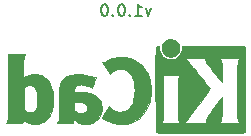
<source format=gbo>
%TF.GenerationSoftware,KiCad,Pcbnew,(6.0.7)*%
%TF.CreationDate,2022-09-23T14:32:50+02:00*%
%TF.ProjectId,LED torch,4c454420-746f-4726-9368-2e6b69636164,0.1*%
%TF.SameCoordinates,Original*%
%TF.FileFunction,Legend,Bot*%
%TF.FilePolarity,Positive*%
%FSLAX46Y46*%
G04 Gerber Fmt 4.6, Leading zero omitted, Abs format (unit mm)*
G04 Created by KiCad (PCBNEW (6.0.7)) date 2022-09-23 14:32:50*
%MOMM*%
%LPD*%
G01*
G04 APERTURE LIST*
%ADD10C,0.150000*%
%ADD11C,0.010000*%
G04 APERTURE END LIST*
D10*
X169782857Y-90971714D02*
X169544761Y-91638380D01*
X169306666Y-90971714D01*
X168401904Y-91638380D02*
X168973333Y-91638380D01*
X168687619Y-91638380D02*
X168687619Y-90638380D01*
X168782857Y-90781238D01*
X168878095Y-90876476D01*
X168973333Y-90924095D01*
X167973333Y-91543142D02*
X167925714Y-91590761D01*
X167973333Y-91638380D01*
X168020952Y-91590761D01*
X167973333Y-91543142D01*
X167973333Y-91638380D01*
X167306666Y-90638380D02*
X167211428Y-90638380D01*
X167116190Y-90686000D01*
X167068571Y-90733619D01*
X167020952Y-90828857D01*
X166973333Y-91019333D01*
X166973333Y-91257428D01*
X167020952Y-91447904D01*
X167068571Y-91543142D01*
X167116190Y-91590761D01*
X167211428Y-91638380D01*
X167306666Y-91638380D01*
X167401904Y-91590761D01*
X167449523Y-91543142D01*
X167497142Y-91447904D01*
X167544761Y-91257428D01*
X167544761Y-91019333D01*
X167497142Y-90828857D01*
X167449523Y-90733619D01*
X167401904Y-90686000D01*
X167306666Y-90638380D01*
X166544761Y-91543142D02*
X166497142Y-91590761D01*
X166544761Y-91638380D01*
X166592380Y-91590761D01*
X166544761Y-91543142D01*
X166544761Y-91638380D01*
X165878095Y-90638380D02*
X165782857Y-90638380D01*
X165687619Y-90686000D01*
X165640000Y-90733619D01*
X165592380Y-90828857D01*
X165544761Y-91019333D01*
X165544761Y-91257428D01*
X165592380Y-91447904D01*
X165640000Y-91543142D01*
X165687619Y-91590761D01*
X165782857Y-91638380D01*
X165878095Y-91638380D01*
X165973333Y-91590761D01*
X166020952Y-91543142D01*
X166068571Y-91447904D01*
X166116190Y-91257428D01*
X166116190Y-91019333D01*
X166068571Y-90828857D01*
X166020952Y-90733619D01*
X165973333Y-90686000D01*
X165878095Y-90638380D01*
%TO.C,REF\u002A\u002A*%
G36*
X167413834Y-95102031D02*
G01*
X167657638Y-95124413D01*
X167884132Y-95169551D01*
X168101742Y-95239345D01*
X168318891Y-95335696D01*
X168533845Y-95458715D01*
X168764534Y-95626422D01*
X168978459Y-95820323D01*
X169170911Y-96035618D01*
X169337180Y-96267507D01*
X169472553Y-96511190D01*
X169484841Y-96537258D01*
X169587750Y-96788881D01*
X169665946Y-97050345D01*
X169720439Y-97326646D01*
X169752241Y-97622779D01*
X169762360Y-97943739D01*
X169750056Y-98275528D01*
X169711001Y-98602276D01*
X169644590Y-98908149D01*
X169550227Y-99195317D01*
X169427320Y-99465949D01*
X169275273Y-99722214D01*
X169132450Y-99918000D01*
X168935243Y-100138289D01*
X168720296Y-100326974D01*
X168487703Y-100483993D01*
X168237558Y-100609285D01*
X167969957Y-100702786D01*
X167684992Y-100764437D01*
X167681740Y-100764917D01*
X167626862Y-100769732D01*
X167544049Y-100773304D01*
X167440958Y-100775465D01*
X167325246Y-100776050D01*
X167204572Y-100774891D01*
X167119997Y-100773192D01*
X166994512Y-100769258D01*
X166893958Y-100763626D01*
X166811083Y-100755694D01*
X166738634Y-100744863D01*
X166669357Y-100730530D01*
X166591416Y-100712007D01*
X166510099Y-100690914D01*
X166436556Y-100668787D01*
X166364112Y-100643033D01*
X166286093Y-100611060D01*
X166195825Y-100570278D01*
X166086631Y-100518093D01*
X165951839Y-100451915D01*
X165579036Y-100267677D01*
X165877628Y-99777231D01*
X165916719Y-99713041D01*
X165986950Y-99597810D01*
X166049811Y-99494794D01*
X166103004Y-99407748D01*
X166144233Y-99340432D01*
X166171200Y-99296601D01*
X166181607Y-99280015D01*
X166184502Y-99280510D01*
X166207820Y-99296742D01*
X166248786Y-99330429D01*
X166300927Y-99376345D01*
X166393787Y-99455678D01*
X166559562Y-99572990D01*
X166720403Y-99654771D01*
X166836631Y-99695611D01*
X167033222Y-99737348D01*
X167226378Y-99744746D01*
X167413299Y-99718309D01*
X167591183Y-99658540D01*
X167757230Y-99565943D01*
X167908637Y-99441022D01*
X167992886Y-99349014D01*
X168111574Y-99178831D01*
X168208964Y-98981342D01*
X168285519Y-98755536D01*
X168341707Y-98500401D01*
X168344256Y-98484562D01*
X168356033Y-98381903D01*
X168364800Y-98254351D01*
X168370486Y-98110622D01*
X168373021Y-97959431D01*
X168372333Y-97809493D01*
X168368352Y-97669524D01*
X168361006Y-97548241D01*
X168350225Y-97454357D01*
X168308900Y-97241692D01*
X168239365Y-96993270D01*
X168151915Y-96775781D01*
X168046665Y-96589393D01*
X167923732Y-96434273D01*
X167783235Y-96310590D01*
X167625288Y-96218512D01*
X167450010Y-96158209D01*
X167411121Y-96150724D01*
X167313666Y-96140951D01*
X167199773Y-96137761D01*
X167082204Y-96140979D01*
X166973717Y-96150429D01*
X166887072Y-96165936D01*
X166742732Y-96215313D01*
X166575228Y-96305456D01*
X166426080Y-96424084D01*
X166399756Y-96449073D01*
X166352057Y-96493285D01*
X166318345Y-96523042D01*
X166304649Y-96532941D01*
X166301277Y-96528207D01*
X166280523Y-96498313D01*
X166243028Y-96444033D01*
X166191270Y-96368962D01*
X166127728Y-96276694D01*
X166054877Y-96170823D01*
X165975197Y-96054944D01*
X165649286Y-95580817D01*
X165722092Y-95559004D01*
X165729690Y-95556532D01*
X165779145Y-95536898D01*
X165850447Y-95505239D01*
X165935228Y-95465362D01*
X166025120Y-95421076D01*
X166064292Y-95401496D01*
X166281804Y-95300409D01*
X166482283Y-95222238D01*
X166673438Y-95164985D01*
X166862981Y-95126649D01*
X167058622Y-95105231D01*
X167268072Y-95098731D01*
X167413834Y-95102031D01*
G37*
D11*
X167413834Y-95102031D02*
X167657638Y-95124413D01*
X167884132Y-95169551D01*
X168101742Y-95239345D01*
X168318891Y-95335696D01*
X168533845Y-95458715D01*
X168764534Y-95626422D01*
X168978459Y-95820323D01*
X169170911Y-96035618D01*
X169337180Y-96267507D01*
X169472553Y-96511190D01*
X169484841Y-96537258D01*
X169587750Y-96788881D01*
X169665946Y-97050345D01*
X169720439Y-97326646D01*
X169752241Y-97622779D01*
X169762360Y-97943739D01*
X169750056Y-98275528D01*
X169711001Y-98602276D01*
X169644590Y-98908149D01*
X169550227Y-99195317D01*
X169427320Y-99465949D01*
X169275273Y-99722214D01*
X169132450Y-99918000D01*
X168935243Y-100138289D01*
X168720296Y-100326974D01*
X168487703Y-100483993D01*
X168237558Y-100609285D01*
X167969957Y-100702786D01*
X167684992Y-100764437D01*
X167681740Y-100764917D01*
X167626862Y-100769732D01*
X167544049Y-100773304D01*
X167440958Y-100775465D01*
X167325246Y-100776050D01*
X167204572Y-100774891D01*
X167119997Y-100773192D01*
X166994512Y-100769258D01*
X166893958Y-100763626D01*
X166811083Y-100755694D01*
X166738634Y-100744863D01*
X166669357Y-100730530D01*
X166591416Y-100712007D01*
X166510099Y-100690914D01*
X166436556Y-100668787D01*
X166364112Y-100643033D01*
X166286093Y-100611060D01*
X166195825Y-100570278D01*
X166086631Y-100518093D01*
X165951839Y-100451915D01*
X165579036Y-100267677D01*
X165877628Y-99777231D01*
X165916719Y-99713041D01*
X165986950Y-99597810D01*
X166049811Y-99494794D01*
X166103004Y-99407748D01*
X166144233Y-99340432D01*
X166171200Y-99296601D01*
X166181607Y-99280015D01*
X166184502Y-99280510D01*
X166207820Y-99296742D01*
X166248786Y-99330429D01*
X166300927Y-99376345D01*
X166393787Y-99455678D01*
X166559562Y-99572990D01*
X166720403Y-99654771D01*
X166836631Y-99695611D01*
X167033222Y-99737348D01*
X167226378Y-99744746D01*
X167413299Y-99718309D01*
X167591183Y-99658540D01*
X167757230Y-99565943D01*
X167908637Y-99441022D01*
X167992886Y-99349014D01*
X168111574Y-99178831D01*
X168208964Y-98981342D01*
X168285519Y-98755536D01*
X168341707Y-98500401D01*
X168344256Y-98484562D01*
X168356033Y-98381903D01*
X168364800Y-98254351D01*
X168370486Y-98110622D01*
X168373021Y-97959431D01*
X168372333Y-97809493D01*
X168368352Y-97669524D01*
X168361006Y-97548241D01*
X168350225Y-97454357D01*
X168308900Y-97241692D01*
X168239365Y-96993270D01*
X168151915Y-96775781D01*
X168046665Y-96589393D01*
X167923732Y-96434273D01*
X167783235Y-96310590D01*
X167625288Y-96218512D01*
X167450010Y-96158209D01*
X167411121Y-96150724D01*
X167313666Y-96140951D01*
X167199773Y-96137761D01*
X167082204Y-96140979D01*
X166973717Y-96150429D01*
X166887072Y-96165936D01*
X166742732Y-96215313D01*
X166575228Y-96305456D01*
X166426080Y-96424084D01*
X166399756Y-96449073D01*
X166352057Y-96493285D01*
X166318345Y-96523042D01*
X166304649Y-96532941D01*
X166301277Y-96528207D01*
X166280523Y-96498313D01*
X166243028Y-96444033D01*
X166191270Y-96368962D01*
X166127728Y-96276694D01*
X166054877Y-96170823D01*
X165975197Y-96054944D01*
X165649286Y-95580817D01*
X165722092Y-95559004D01*
X165729690Y-95556532D01*
X165779145Y-95536898D01*
X165850447Y-95505239D01*
X165935228Y-95465362D01*
X166025120Y-95421076D01*
X166064292Y-95401496D01*
X166281804Y-95300409D01*
X166482283Y-95222238D01*
X166673438Y-95164985D01*
X166862981Y-95126649D01*
X167058622Y-95105231D01*
X167268072Y-95098731D01*
X167413834Y-95102031D01*
G36*
X165579842Y-99599722D02*
G01*
X165562232Y-99735833D01*
X165535659Y-99849214D01*
X165493259Y-99965867D01*
X165394976Y-100158110D01*
X165269350Y-100327247D01*
X165117681Y-100472126D01*
X164941271Y-100591594D01*
X164741420Y-100684499D01*
X164519429Y-100749689D01*
X164428907Y-100764392D01*
X164299552Y-100774611D01*
X164158675Y-100776909D01*
X164018050Y-100771472D01*
X163889449Y-100758485D01*
X163784643Y-100738133D01*
X163731979Y-100722109D01*
X163612369Y-100675219D01*
X163490783Y-100615688D01*
X163379765Y-100549971D01*
X163291859Y-100484524D01*
X163290778Y-100483579D01*
X163242607Y-100442736D01*
X163205545Y-100413653D01*
X163187537Y-100402572D01*
X163185568Y-100405217D01*
X163181113Y-100433794D01*
X163178018Y-100487094D01*
X163176857Y-100556786D01*
X163176857Y-100711000D01*
X162496500Y-100711000D01*
X162478389Y-100710997D01*
X162326490Y-100710731D01*
X162187078Y-100710070D01*
X162064118Y-100709062D01*
X161961579Y-100707758D01*
X161883426Y-100706205D01*
X161833625Y-100704454D01*
X161816143Y-100702553D01*
X161816550Y-100700893D01*
X161827988Y-100676377D01*
X161851962Y-100630317D01*
X161884179Y-100571018D01*
X161952215Y-100447929D01*
X161962190Y-99232689D01*
X163249429Y-99232689D01*
X163249935Y-99328703D01*
X163252387Y-99429587D01*
X163257190Y-99502507D01*
X163264695Y-99552212D01*
X163275250Y-99583449D01*
X163288828Y-99605755D01*
X163339962Y-99666561D01*
X163408475Y-99729863D01*
X163483568Y-99786265D01*
X163554440Y-99826370D01*
X163593761Y-99841085D01*
X163684302Y-99860677D01*
X163802555Y-99870694D01*
X163927232Y-99869177D01*
X164045627Y-99848574D01*
X164144449Y-99806011D01*
X164229948Y-99739571D01*
X164254000Y-99714995D01*
X164316622Y-99631185D01*
X164350504Y-99540850D01*
X164360679Y-99432151D01*
X164357922Y-99374725D01*
X164330661Y-99256507D01*
X164273390Y-99155039D01*
X164185068Y-99069179D01*
X164064651Y-98997784D01*
X163911097Y-98939714D01*
X163849193Y-98924475D01*
X163774251Y-98914041D01*
X163679937Y-98908246D01*
X163557857Y-98906298D01*
X163538026Y-98906299D01*
X163446696Y-98907414D01*
X163368244Y-98910108D01*
X163310471Y-98914029D01*
X163281179Y-98918824D01*
X163277808Y-98920380D01*
X163266910Y-98930154D01*
X163259192Y-98949794D01*
X163254119Y-98984585D01*
X163251157Y-99039809D01*
X163249772Y-99120750D01*
X163249429Y-99232689D01*
X161962190Y-99232689D01*
X161962714Y-99168857D01*
X161964275Y-98982561D01*
X161966458Y-98744965D01*
X161968750Y-98538698D01*
X161971335Y-98360842D01*
X161974400Y-98208481D01*
X161978128Y-98078696D01*
X161982705Y-97968572D01*
X161988316Y-97875190D01*
X161995147Y-97795635D01*
X162003383Y-97726988D01*
X162013208Y-97666333D01*
X162024808Y-97610752D01*
X162038368Y-97557329D01*
X162054073Y-97503146D01*
X162072109Y-97445286D01*
X162143161Y-97263898D01*
X162240464Y-97096258D01*
X162361641Y-96952732D01*
X162507803Y-96832570D01*
X162680057Y-96735020D01*
X162879515Y-96659331D01*
X163107285Y-96604753D01*
X163364477Y-96570535D01*
X163454368Y-96563730D01*
X163605760Y-96558755D01*
X163755814Y-96563235D01*
X163911554Y-96577927D01*
X164080005Y-96603584D01*
X164268193Y-96640962D01*
X164483143Y-96690818D01*
X164532828Y-96702881D01*
X164657601Y-96732565D01*
X164775861Y-96759898D01*
X164880436Y-96783263D01*
X164964154Y-96801047D01*
X165019845Y-96811636D01*
X165148333Y-96832740D01*
X164967695Y-97270549D01*
X164922512Y-97379859D01*
X164878061Y-97486969D01*
X164839923Y-97578418D01*
X164809969Y-97649733D01*
X164790071Y-97696437D01*
X164782103Y-97714058D01*
X164780850Y-97714310D01*
X164757758Y-97706443D01*
X164712353Y-97686283D01*
X164652824Y-97657417D01*
X164529096Y-97601203D01*
X164358837Y-97539740D01*
X164184578Y-97492670D01*
X164013133Y-97461177D01*
X163851317Y-97446443D01*
X163705944Y-97449650D01*
X163583829Y-97471979D01*
X163498601Y-97507409D01*
X163401809Y-97580017D01*
X163327297Y-97678518D01*
X163277199Y-97799883D01*
X163253649Y-97941080D01*
X163245355Y-98071215D01*
X163678285Y-98072400D01*
X163824285Y-98073624D01*
X163985771Y-98077972D01*
X164123725Y-98086178D01*
X164245281Y-98099039D01*
X164357577Y-98117354D01*
X164467747Y-98141919D01*
X164582929Y-98173533D01*
X164755268Y-98233709D01*
X164957975Y-98332806D01*
X165135876Y-98454190D01*
X165287217Y-98596155D01*
X165410243Y-98756993D01*
X165503199Y-98934997D01*
X165564330Y-99128460D01*
X165573904Y-99180565D01*
X165586177Y-99309533D01*
X165587722Y-99432151D01*
X165587990Y-99453437D01*
X165579842Y-99599722D01*
G37*
X165579842Y-99599722D02*
X165562232Y-99735833D01*
X165535659Y-99849214D01*
X165493259Y-99965867D01*
X165394976Y-100158110D01*
X165269350Y-100327247D01*
X165117681Y-100472126D01*
X164941271Y-100591594D01*
X164741420Y-100684499D01*
X164519429Y-100749689D01*
X164428907Y-100764392D01*
X164299552Y-100774611D01*
X164158675Y-100776909D01*
X164018050Y-100771472D01*
X163889449Y-100758485D01*
X163784643Y-100738133D01*
X163731979Y-100722109D01*
X163612369Y-100675219D01*
X163490783Y-100615688D01*
X163379765Y-100549971D01*
X163291859Y-100484524D01*
X163290778Y-100483579D01*
X163242607Y-100442736D01*
X163205545Y-100413653D01*
X163187537Y-100402572D01*
X163185568Y-100405217D01*
X163181113Y-100433794D01*
X163178018Y-100487094D01*
X163176857Y-100556786D01*
X163176857Y-100711000D01*
X162496500Y-100711000D01*
X162478389Y-100710997D01*
X162326490Y-100710731D01*
X162187078Y-100710070D01*
X162064118Y-100709062D01*
X161961579Y-100707758D01*
X161883426Y-100706205D01*
X161833625Y-100704454D01*
X161816143Y-100702553D01*
X161816550Y-100700893D01*
X161827988Y-100676377D01*
X161851962Y-100630317D01*
X161884179Y-100571018D01*
X161952215Y-100447929D01*
X161962190Y-99232689D01*
X163249429Y-99232689D01*
X163249935Y-99328703D01*
X163252387Y-99429587D01*
X163257190Y-99502507D01*
X163264695Y-99552212D01*
X163275250Y-99583449D01*
X163288828Y-99605755D01*
X163339962Y-99666561D01*
X163408475Y-99729863D01*
X163483568Y-99786265D01*
X163554440Y-99826370D01*
X163593761Y-99841085D01*
X163684302Y-99860677D01*
X163802555Y-99870694D01*
X163927232Y-99869177D01*
X164045627Y-99848574D01*
X164144449Y-99806011D01*
X164229948Y-99739571D01*
X164254000Y-99714995D01*
X164316622Y-99631185D01*
X164350504Y-99540850D01*
X164360679Y-99432151D01*
X164357922Y-99374725D01*
X164330661Y-99256507D01*
X164273390Y-99155039D01*
X164185068Y-99069179D01*
X164064651Y-98997784D01*
X163911097Y-98939714D01*
X163849193Y-98924475D01*
X163774251Y-98914041D01*
X163679937Y-98908246D01*
X163557857Y-98906298D01*
X163538026Y-98906299D01*
X163446696Y-98907414D01*
X163368244Y-98910108D01*
X163310471Y-98914029D01*
X163281179Y-98918824D01*
X163277808Y-98920380D01*
X163266910Y-98930154D01*
X163259192Y-98949794D01*
X163254119Y-98984585D01*
X163251157Y-99039809D01*
X163249772Y-99120750D01*
X163249429Y-99232689D01*
X161962190Y-99232689D01*
X161962714Y-99168857D01*
X161964275Y-98982561D01*
X161966458Y-98744965D01*
X161968750Y-98538698D01*
X161971335Y-98360842D01*
X161974400Y-98208481D01*
X161978128Y-98078696D01*
X161982705Y-97968572D01*
X161988316Y-97875190D01*
X161995147Y-97795635D01*
X162003383Y-97726988D01*
X162013208Y-97666333D01*
X162024808Y-97610752D01*
X162038368Y-97557329D01*
X162054073Y-97503146D01*
X162072109Y-97445286D01*
X162143161Y-97263898D01*
X162240464Y-97096258D01*
X162361641Y-96952732D01*
X162507803Y-96832570D01*
X162680057Y-96735020D01*
X162879515Y-96659331D01*
X163107285Y-96604753D01*
X163364477Y-96570535D01*
X163454368Y-96563730D01*
X163605760Y-96558755D01*
X163755814Y-96563235D01*
X163911554Y-96577927D01*
X164080005Y-96603584D01*
X164268193Y-96640962D01*
X164483143Y-96690818D01*
X164532828Y-96702881D01*
X164657601Y-96732565D01*
X164775861Y-96759898D01*
X164880436Y-96783263D01*
X164964154Y-96801047D01*
X165019845Y-96811636D01*
X165148333Y-96832740D01*
X164967695Y-97270549D01*
X164922512Y-97379859D01*
X164878061Y-97486969D01*
X164839923Y-97578418D01*
X164809969Y-97649733D01*
X164790071Y-97696437D01*
X164782103Y-97714058D01*
X164780850Y-97714310D01*
X164757758Y-97706443D01*
X164712353Y-97686283D01*
X164652824Y-97657417D01*
X164529096Y-97601203D01*
X164358837Y-97539740D01*
X164184578Y-97492670D01*
X164013133Y-97461177D01*
X163851317Y-97446443D01*
X163705944Y-97449650D01*
X163583829Y-97471979D01*
X163498601Y-97507409D01*
X163401809Y-97580017D01*
X163327297Y-97678518D01*
X163277199Y-97799883D01*
X163253649Y-97941080D01*
X163245355Y-98071215D01*
X163678285Y-98072400D01*
X163824285Y-98073624D01*
X163985771Y-98077972D01*
X164123725Y-98086178D01*
X164245281Y-98099039D01*
X164357577Y-98117354D01*
X164467747Y-98141919D01*
X164582929Y-98173533D01*
X164755268Y-98233709D01*
X164957975Y-98332806D01*
X165135876Y-98454190D01*
X165287217Y-98596155D01*
X165410243Y-98756993D01*
X165503199Y-98934997D01*
X165564330Y-99128460D01*
X165573904Y-99180565D01*
X165586177Y-99309533D01*
X165587722Y-99432151D01*
X165587990Y-99453437D01*
X165579842Y-99599722D01*
G36*
X171526337Y-93606839D02*
G01*
X171665779Y-93641005D01*
X171797955Y-93702325D01*
X171918699Y-93790810D01*
X172023846Y-93906470D01*
X172109230Y-94049313D01*
X172132121Y-94099633D01*
X172150666Y-94150636D01*
X172161072Y-94201624D01*
X172165633Y-94264691D01*
X172166643Y-94351929D01*
X172166032Y-94424539D01*
X172162350Y-94491270D01*
X172153322Y-94543334D01*
X172136694Y-94592686D01*
X172110212Y-94651286D01*
X172102552Y-94666902D01*
X172012006Y-94809893D01*
X171898125Y-94927543D01*
X171764141Y-95017089D01*
X171613286Y-95075772D01*
X171535881Y-95092147D01*
X171378849Y-95099810D01*
X171226753Y-95075016D01*
X171084054Y-95020306D01*
X170955212Y-94938223D01*
X170844686Y-94831309D01*
X170756936Y-94702107D01*
X170696423Y-94553158D01*
X170674283Y-94431265D01*
X170672288Y-94296751D01*
X170690295Y-94165908D01*
X170727446Y-94052572D01*
X170770372Y-93971543D01*
X170865933Y-93842987D01*
X170979221Y-93741527D01*
X171106071Y-93667172D01*
X171242318Y-93619933D01*
X171383795Y-93599818D01*
X171526337Y-93606839D01*
G37*
X171526337Y-93606839D02*
X171665779Y-93641005D01*
X171797955Y-93702325D01*
X171918699Y-93790810D01*
X172023846Y-93906470D01*
X172109230Y-94049313D01*
X172132121Y-94099633D01*
X172150666Y-94150636D01*
X172161072Y-94201624D01*
X172165633Y-94264691D01*
X172166643Y-94351929D01*
X172166032Y-94424539D01*
X172162350Y-94491270D01*
X172153322Y-94543334D01*
X172136694Y-94592686D01*
X172110212Y-94651286D01*
X172102552Y-94666902D01*
X172012006Y-94809893D01*
X171898125Y-94927543D01*
X171764141Y-95017089D01*
X171613286Y-95075772D01*
X171535881Y-95092147D01*
X171378849Y-95099810D01*
X171226753Y-95075016D01*
X171084054Y-95020306D01*
X170955212Y-94938223D01*
X170844686Y-94831309D01*
X170756936Y-94702107D01*
X170696423Y-94553158D01*
X170674283Y-94431265D01*
X170672288Y-94296751D01*
X170690295Y-94165908D01*
X170727446Y-94052572D01*
X170770372Y-93971543D01*
X170865933Y-93842987D01*
X170979221Y-93741527D01*
X171106071Y-93667172D01*
X171242318Y-93619933D01*
X171383795Y-93599818D01*
X171526337Y-93606839D01*
G36*
X161483255Y-99050433D02*
G01*
X161472247Y-99198502D01*
X161453229Y-99334798D01*
X161425349Y-99467375D01*
X161387754Y-99604286D01*
X161330743Y-99767936D01*
X161226036Y-99988857D01*
X161097598Y-100186734D01*
X160947393Y-100359697D01*
X160777387Y-100505876D01*
X160589545Y-100623401D01*
X160385832Y-100710402D01*
X160168212Y-100765009D01*
X160165593Y-100765447D01*
X160006553Y-100780750D01*
X159831809Y-100778707D01*
X159653820Y-100760579D01*
X159485046Y-100727624D01*
X159337948Y-100681101D01*
X159275161Y-100652791D01*
X159193387Y-100609761D01*
X159109359Y-100560546D01*
X159031845Y-100510563D01*
X158969612Y-100465229D01*
X158931429Y-100429960D01*
X158922663Y-100420277D01*
X158912214Y-100416892D01*
X158905229Y-100433696D01*
X158900082Y-100476045D01*
X158895143Y-100549295D01*
X158886072Y-100701929D01*
X157496360Y-100711433D01*
X157544439Y-100629393D01*
X157547305Y-100624543D01*
X157561285Y-100601772D01*
X157573969Y-100581487D01*
X157585423Y-100561925D01*
X157595715Y-100541324D01*
X157604915Y-100517920D01*
X157613090Y-100489953D01*
X157620309Y-100455660D01*
X157626640Y-100413278D01*
X157632151Y-100361046D01*
X157636910Y-100297200D01*
X157640985Y-100219979D01*
X157644446Y-100127620D01*
X157647359Y-100018361D01*
X157649794Y-99890440D01*
X157651818Y-99742094D01*
X157653452Y-99576556D01*
X158976786Y-99576556D01*
X159067500Y-99636057D01*
X159102386Y-99657491D01*
X159182265Y-99700311D01*
X159258000Y-99734410D01*
X159291168Y-99745955D01*
X159396705Y-99769004D01*
X159530143Y-99780773D01*
X159597996Y-99783222D01*
X159660980Y-99782666D01*
X159707866Y-99776375D01*
X159749920Y-99762626D01*
X159798409Y-99739692D01*
X159891595Y-99678259D01*
X159972324Y-99591358D01*
X160036945Y-99479369D01*
X160086073Y-99340539D01*
X160120321Y-99173111D01*
X160140306Y-98975329D01*
X160146641Y-98745440D01*
X160146333Y-98693175D01*
X160137225Y-98451015D01*
X160115109Y-98240302D01*
X160079447Y-98058814D01*
X160029701Y-97904327D01*
X159965333Y-97774619D01*
X159885805Y-97667466D01*
X159852812Y-97634763D01*
X159750560Y-97566632D01*
X159630526Y-97525173D01*
X159497910Y-97510622D01*
X159357913Y-97523214D01*
X159215733Y-97563185D01*
X159076572Y-97630771D01*
X158976786Y-97690584D01*
X158976786Y-99576556D01*
X157653452Y-99576556D01*
X157653501Y-99571562D01*
X157654909Y-99377081D01*
X157656112Y-99156888D01*
X157657177Y-98909221D01*
X157658173Y-98632318D01*
X157659168Y-98324417D01*
X157660231Y-97983756D01*
X157661429Y-97608572D01*
X157670500Y-94841786D01*
X158391679Y-94837042D01*
X158444124Y-94836723D01*
X158598429Y-94836089D01*
X158739564Y-94835961D01*
X158863677Y-94836311D01*
X158966915Y-94837112D01*
X159045426Y-94838340D01*
X159095357Y-94839967D01*
X159112857Y-94841967D01*
X159110618Y-94848305D01*
X159093917Y-94878356D01*
X159066255Y-94922057D01*
X159063495Y-94926235D01*
X159042048Y-94959977D01*
X159024065Y-94992806D01*
X159009242Y-95028105D01*
X158997274Y-95069255D01*
X158987856Y-95119638D01*
X158980683Y-95182634D01*
X158975450Y-95261627D01*
X158971852Y-95359997D01*
X158969584Y-95481126D01*
X158968342Y-95628396D01*
X158967821Y-95805188D01*
X158967714Y-96014884D01*
X158967905Y-96178603D01*
X158968487Y-96339339D01*
X158969419Y-96485083D01*
X158970659Y-96612286D01*
X158972164Y-96717400D01*
X158973893Y-96796875D01*
X158975802Y-96847163D01*
X158977850Y-96864714D01*
X158984455Y-96861990D01*
X159013490Y-96842807D01*
X159054957Y-96811303D01*
X159115072Y-96768936D01*
X159228021Y-96706511D01*
X159357116Y-96650828D01*
X159490309Y-96607525D01*
X159602215Y-96585444D01*
X159741587Y-96571368D01*
X159892426Y-96566492D01*
X160043093Y-96570820D01*
X160181946Y-96584359D01*
X160297345Y-96607115D01*
X160414847Y-96645447D01*
X160610869Y-96738371D01*
X160792371Y-96861908D01*
X160956004Y-97013212D01*
X161098419Y-97189440D01*
X161216270Y-97387746D01*
X161245528Y-97448556D01*
X161327518Y-97653670D01*
X161391619Y-97876285D01*
X161438642Y-98120325D01*
X161469395Y-98389713D01*
X161484690Y-98688374D01*
X161485400Y-98745440D01*
X161487105Y-98882537D01*
X161483255Y-99050433D01*
G37*
X161483255Y-99050433D02*
X161472247Y-99198502D01*
X161453229Y-99334798D01*
X161425349Y-99467375D01*
X161387754Y-99604286D01*
X161330743Y-99767936D01*
X161226036Y-99988857D01*
X161097598Y-100186734D01*
X160947393Y-100359697D01*
X160777387Y-100505876D01*
X160589545Y-100623401D01*
X160385832Y-100710402D01*
X160168212Y-100765009D01*
X160165593Y-100765447D01*
X160006553Y-100780750D01*
X159831809Y-100778707D01*
X159653820Y-100760579D01*
X159485046Y-100727624D01*
X159337948Y-100681101D01*
X159275161Y-100652791D01*
X159193387Y-100609761D01*
X159109359Y-100560546D01*
X159031845Y-100510563D01*
X158969612Y-100465229D01*
X158931429Y-100429960D01*
X158922663Y-100420277D01*
X158912214Y-100416892D01*
X158905229Y-100433696D01*
X158900082Y-100476045D01*
X158895143Y-100549295D01*
X158886072Y-100701929D01*
X157496360Y-100711433D01*
X157544439Y-100629393D01*
X157547305Y-100624543D01*
X157561285Y-100601772D01*
X157573969Y-100581487D01*
X157585423Y-100561925D01*
X157595715Y-100541324D01*
X157604915Y-100517920D01*
X157613090Y-100489953D01*
X157620309Y-100455660D01*
X157626640Y-100413278D01*
X157632151Y-100361046D01*
X157636910Y-100297200D01*
X157640985Y-100219979D01*
X157644446Y-100127620D01*
X157647359Y-100018361D01*
X157649794Y-99890440D01*
X157651818Y-99742094D01*
X157653452Y-99576556D01*
X158976786Y-99576556D01*
X159067500Y-99636057D01*
X159102386Y-99657491D01*
X159182265Y-99700311D01*
X159258000Y-99734410D01*
X159291168Y-99745955D01*
X159396705Y-99769004D01*
X159530143Y-99780773D01*
X159597996Y-99783222D01*
X159660980Y-99782666D01*
X159707866Y-99776375D01*
X159749920Y-99762626D01*
X159798409Y-99739692D01*
X159891595Y-99678259D01*
X159972324Y-99591358D01*
X160036945Y-99479369D01*
X160086073Y-99340539D01*
X160120321Y-99173111D01*
X160140306Y-98975329D01*
X160146641Y-98745440D01*
X160146333Y-98693175D01*
X160137225Y-98451015D01*
X160115109Y-98240302D01*
X160079447Y-98058814D01*
X160029701Y-97904327D01*
X159965333Y-97774619D01*
X159885805Y-97667466D01*
X159852812Y-97634763D01*
X159750560Y-97566632D01*
X159630526Y-97525173D01*
X159497910Y-97510622D01*
X159357913Y-97523214D01*
X159215733Y-97563185D01*
X159076572Y-97630771D01*
X158976786Y-97690584D01*
X158976786Y-99576556D01*
X157653452Y-99576556D01*
X157653501Y-99571562D01*
X157654909Y-99377081D01*
X157656112Y-99156888D01*
X157657177Y-98909221D01*
X157658173Y-98632318D01*
X157659168Y-98324417D01*
X157660231Y-97983756D01*
X157661429Y-97608572D01*
X157670500Y-94841786D01*
X158391679Y-94837042D01*
X158444124Y-94836723D01*
X158598429Y-94836089D01*
X158739564Y-94835961D01*
X158863677Y-94836311D01*
X158966915Y-94837112D01*
X159045426Y-94838340D01*
X159095357Y-94839967D01*
X159112857Y-94841967D01*
X159110618Y-94848305D01*
X159093917Y-94878356D01*
X159066255Y-94922057D01*
X159063495Y-94926235D01*
X159042048Y-94959977D01*
X159024065Y-94992806D01*
X159009242Y-95028105D01*
X158997274Y-95069255D01*
X158987856Y-95119638D01*
X158980683Y-95182634D01*
X158975450Y-95261627D01*
X158971852Y-95359997D01*
X158969584Y-95481126D01*
X158968342Y-95628396D01*
X158967821Y-95805188D01*
X158967714Y-96014884D01*
X158967905Y-96178603D01*
X158968487Y-96339339D01*
X158969419Y-96485083D01*
X158970659Y-96612286D01*
X158972164Y-96717400D01*
X158973893Y-96796875D01*
X158975802Y-96847163D01*
X158977850Y-96864714D01*
X158984455Y-96861990D01*
X159013490Y-96842807D01*
X159054957Y-96811303D01*
X159115072Y-96768936D01*
X159228021Y-96706511D01*
X159357116Y-96650828D01*
X159490309Y-96607525D01*
X159602215Y-96585444D01*
X159741587Y-96571368D01*
X159892426Y-96566492D01*
X160043093Y-96570820D01*
X160181946Y-96584359D01*
X160297345Y-96607115D01*
X160414847Y-96645447D01*
X160610869Y-96738371D01*
X160792371Y-96861908D01*
X160956004Y-97013212D01*
X161098419Y-97189440D01*
X161216270Y-97387746D01*
X161245528Y-97448556D01*
X161327518Y-97653670D01*
X161391619Y-97876285D01*
X161438642Y-98120325D01*
X161469395Y-98389713D01*
X161484690Y-98688374D01*
X161485400Y-98745440D01*
X161487105Y-98882537D01*
X161483255Y-99050433D01*
G36*
X177757560Y-100887553D02*
G01*
X177755241Y-101008746D01*
X177752425Y-101111940D01*
X177749064Y-101198635D01*
X177745110Y-101270332D01*
X177740517Y-101328530D01*
X177735238Y-101374730D01*
X177729225Y-101410433D01*
X177722430Y-101437137D01*
X177714808Y-101456345D01*
X177706309Y-101469555D01*
X177696889Y-101478268D01*
X177686498Y-101483985D01*
X177675090Y-101488206D01*
X177662618Y-101492430D01*
X177649034Y-101498159D01*
X177641391Y-101501030D01*
X177627371Y-101504165D01*
X177606538Y-101507037D01*
X177577421Y-101509659D01*
X177538544Y-101512040D01*
X177488434Y-101514194D01*
X177425617Y-101516130D01*
X177348620Y-101517862D01*
X177255969Y-101519400D01*
X177146190Y-101520756D01*
X177017810Y-101521941D01*
X176869354Y-101522968D01*
X176699350Y-101523846D01*
X176506323Y-101524589D01*
X176288800Y-101525207D01*
X176045308Y-101525713D01*
X175774371Y-101526116D01*
X175474517Y-101526430D01*
X175144273Y-101526665D01*
X174782164Y-101526834D01*
X174386716Y-101526947D01*
X173956456Y-101527016D01*
X173820108Y-101527029D01*
X173399186Y-101527038D01*
X173012647Y-101526985D01*
X172659034Y-101526860D01*
X172336890Y-101526652D01*
X172044761Y-101526351D01*
X171781188Y-101525946D01*
X171544716Y-101525426D01*
X171333890Y-101524782D01*
X171147251Y-101524002D01*
X170983345Y-101523076D01*
X170840715Y-101521993D01*
X170717905Y-101520743D01*
X170613458Y-101519315D01*
X170525919Y-101517698D01*
X170453830Y-101515883D01*
X170395736Y-101513858D01*
X170350180Y-101511613D01*
X170315707Y-101509137D01*
X170290859Y-101506420D01*
X170274181Y-101503451D01*
X170264217Y-101500220D01*
X170261046Y-101498782D01*
X170248067Y-101494058D01*
X170236165Y-101490608D01*
X170225292Y-101486930D01*
X170215398Y-101481521D01*
X170206437Y-101472879D01*
X170198359Y-101459502D01*
X170191116Y-101439886D01*
X170184661Y-101412531D01*
X170178945Y-101375933D01*
X170173919Y-101328590D01*
X170169536Y-101269000D01*
X170165747Y-101195659D01*
X170162504Y-101107067D01*
X170159759Y-101001720D01*
X170157463Y-100878117D01*
X170155568Y-100734754D01*
X170154946Y-100668367D01*
X170633373Y-100668367D01*
X170633898Y-100674725D01*
X170643521Y-100679877D01*
X170665264Y-100683950D01*
X170702148Y-100687070D01*
X170757193Y-100689365D01*
X170833419Y-100690959D01*
X170933848Y-100691979D01*
X171061501Y-100692551D01*
X171219398Y-100692802D01*
X171410559Y-100692857D01*
X172211314Y-100692857D01*
X172143621Y-100570393D01*
X172075929Y-100447929D01*
X172075929Y-96891929D01*
X172143621Y-96769465D01*
X172211314Y-96647000D01*
X170779993Y-96647000D01*
X170774818Y-98529322D01*
X170769643Y-100411643D01*
X170718903Y-100520008D01*
X170692151Y-100573719D01*
X170661860Y-100627524D01*
X170638984Y-100660615D01*
X170638926Y-100660679D01*
X170633373Y-100668367D01*
X170154946Y-100668367D01*
X170154026Y-100570129D01*
X170152789Y-100382740D01*
X170151808Y-100171085D01*
X170151035Y-99933661D01*
X170150422Y-99668966D01*
X170149921Y-99375498D01*
X170149484Y-99051753D01*
X170149061Y-98696230D01*
X170148605Y-98307426D01*
X170148068Y-97883840D01*
X170147999Y-97832560D01*
X170147400Y-97411657D01*
X170146827Y-97025362D01*
X170146323Y-96672172D01*
X170145930Y-96350584D01*
X170145690Y-96059094D01*
X170145646Y-95796200D01*
X170145840Y-95560398D01*
X170146314Y-95350186D01*
X170147112Y-95164060D01*
X170148274Y-95000517D01*
X170149844Y-94858055D01*
X170151864Y-94735170D01*
X170154377Y-94630359D01*
X170157424Y-94542119D01*
X170161049Y-94468947D01*
X170165293Y-94409340D01*
X170170198Y-94361795D01*
X170175808Y-94324808D01*
X170182165Y-94296878D01*
X170189311Y-94276500D01*
X170197288Y-94262171D01*
X170206139Y-94252390D01*
X170215906Y-94245651D01*
X170226632Y-94240454D01*
X170238358Y-94235293D01*
X170251128Y-94228667D01*
X170254865Y-94226556D01*
X170311405Y-94206118D01*
X170373300Y-94197717D01*
X170443072Y-94197720D01*
X170444234Y-94356467D01*
X170444529Y-94374735D01*
X170466706Y-94560427D01*
X170523188Y-94735147D01*
X170613192Y-94897043D01*
X170735932Y-95044265D01*
X170801798Y-95104311D01*
X170948454Y-95203838D01*
X171108470Y-95273242D01*
X171277185Y-95312487D01*
X171449939Y-95321537D01*
X171622072Y-95300353D01*
X171788922Y-95248899D01*
X171926080Y-95177429D01*
X172533127Y-95177429D01*
X172612957Y-95234862D01*
X172680470Y-95288841D01*
X172775603Y-95376886D01*
X172883507Y-95487230D01*
X173000097Y-95615670D01*
X173121285Y-95758000D01*
X173152494Y-95796062D01*
X173205629Y-95861343D01*
X173275083Y-95946988D01*
X173358556Y-96050140D01*
X173453746Y-96167939D01*
X173558354Y-96297528D01*
X173670077Y-96436047D01*
X173786615Y-96580639D01*
X173840067Y-96647000D01*
X173905667Y-96728444D01*
X174024932Y-96876603D01*
X174142109Y-97022260D01*
X174254896Y-97162554D01*
X174360994Y-97294627D01*
X174458101Y-97415621D01*
X174543916Y-97522678D01*
X174616138Y-97612938D01*
X174672466Y-97683543D01*
X174710599Y-97731635D01*
X174728237Y-97754355D01*
X174729692Y-97762893D01*
X174724850Y-97779132D01*
X174712302Y-97804679D01*
X174690797Y-97841347D01*
X174659080Y-97890949D01*
X174615900Y-97955295D01*
X174560005Y-98036198D01*
X174490141Y-98135471D01*
X174405057Y-98254926D01*
X174303499Y-98396374D01*
X174184216Y-98561629D01*
X174045954Y-98752501D01*
X173887462Y-98970804D01*
X173761177Y-99144571D01*
X173607105Y-99356407D01*
X173471580Y-99542440D01*
X173353024Y-99704734D01*
X173249861Y-99845354D01*
X173160515Y-99966365D01*
X173083411Y-100069832D01*
X173016972Y-100157818D01*
X172959623Y-100232390D01*
X172909786Y-100295610D01*
X172865886Y-100349545D01*
X172826347Y-100396258D01*
X172789593Y-100437814D01*
X172754047Y-100476279D01*
X172718135Y-100513715D01*
X172680278Y-100552189D01*
X172540771Y-100692857D01*
X174416357Y-100692933D01*
X174410464Y-100579275D01*
X174410179Y-100573564D01*
X174409060Y-100528127D01*
X174411181Y-100484593D01*
X174417958Y-100440576D01*
X174430812Y-100393693D01*
X174451160Y-100341558D01*
X174480420Y-100281786D01*
X174520012Y-100211994D01*
X174571353Y-100129797D01*
X174635862Y-100032809D01*
X174714957Y-99918647D01*
X174810057Y-99784925D01*
X174922581Y-99629260D01*
X175053946Y-99449265D01*
X175205572Y-99242557D01*
X175740786Y-98513911D01*
X175745501Y-99358755D01*
X175745919Y-99437562D01*
X175746656Y-99649832D01*
X175746321Y-99830381D01*
X175744519Y-99982628D01*
X175740856Y-100109988D01*
X175734936Y-100215878D01*
X175726367Y-100303715D01*
X175714751Y-100376916D01*
X175699697Y-100438898D01*
X175680807Y-100493076D01*
X175657689Y-100542869D01*
X175629947Y-100591693D01*
X175597187Y-100642964D01*
X175564256Y-100692857D01*
X177275704Y-100692857D01*
X177231496Y-100633893D01*
X177224572Y-100624565D01*
X177169221Y-100539070D01*
X177131064Y-100452644D01*
X177106008Y-100353613D01*
X177089959Y-100230304D01*
X177089518Y-100224929D01*
X177087189Y-100174067D01*
X177085087Y-100089206D01*
X177083219Y-99972286D01*
X177081596Y-99825246D01*
X177080227Y-99650026D01*
X177079120Y-99448563D01*
X177078285Y-99222798D01*
X177077732Y-98974669D01*
X177077468Y-98706115D01*
X177077503Y-98419077D01*
X177077847Y-98115492D01*
X177078508Y-97797300D01*
X177079209Y-97511881D01*
X177079958Y-97201196D01*
X177080696Y-96923226D01*
X177081515Y-96676022D01*
X177082507Y-96457637D01*
X177083766Y-96266125D01*
X177085383Y-96099537D01*
X177087452Y-95955925D01*
X177090065Y-95833344D01*
X177093315Y-95729844D01*
X177097293Y-95643479D01*
X177102094Y-95572301D01*
X177107809Y-95514363D01*
X177114532Y-95467717D01*
X177122354Y-95430416D01*
X177131368Y-95400512D01*
X177141667Y-95376058D01*
X177153344Y-95355106D01*
X177166492Y-95335709D01*
X177181202Y-95315920D01*
X177197567Y-95293791D01*
X177213396Y-95271615D01*
X177243991Y-95227769D01*
X177262317Y-95200107D01*
X177262759Y-95198949D01*
X177256360Y-95193718D01*
X177233779Y-95189353D01*
X177192502Y-95185788D01*
X177130017Y-95182954D01*
X177043812Y-95180787D01*
X176931373Y-95179217D01*
X176790188Y-95178179D01*
X176617745Y-95177605D01*
X176411530Y-95177429D01*
X175547060Y-95177429D01*
X175592621Y-95231574D01*
X175619026Y-95268763D01*
X175662978Y-95356446D01*
X175701495Y-95465499D01*
X175730893Y-95586468D01*
X175732766Y-95597952D01*
X175738341Y-95658492D01*
X175742563Y-95752056D01*
X175745443Y-95879292D01*
X175746992Y-96040846D01*
X175747221Y-96237368D01*
X175746143Y-96469504D01*
X175740786Y-97244508D01*
X175187429Y-96544742D01*
X175171579Y-96524698D01*
X175031253Y-96347052D01*
X174911453Y-96194914D01*
X174810270Y-96065698D01*
X174725800Y-95956817D01*
X174656135Y-95865685D01*
X174599368Y-95789714D01*
X174553594Y-95726317D01*
X174516906Y-95672908D01*
X174487396Y-95626901D01*
X174463159Y-95585707D01*
X174442288Y-95546741D01*
X174422877Y-95507415D01*
X174393015Y-95437805D01*
X174373724Y-95364372D01*
X174368592Y-95285165D01*
X174369108Y-95177429D01*
X172533127Y-95177429D01*
X171926080Y-95177429D01*
X171945830Y-95167138D01*
X172088136Y-95055032D01*
X172127695Y-95015510D01*
X172244620Y-94869175D01*
X172327588Y-94710367D01*
X172377043Y-94538063D01*
X172393429Y-94351238D01*
X172393429Y-94197715D01*
X174997830Y-94197714D01*
X175160540Y-94197707D01*
X175510089Y-94197660D01*
X175825856Y-94197626D01*
X176109588Y-94197673D01*
X176363031Y-94197872D01*
X176587931Y-94198291D01*
X176786034Y-94198998D01*
X176959087Y-94200065D01*
X177108835Y-94201558D01*
X177237025Y-94203547D01*
X177345403Y-94206102D01*
X177435715Y-94209291D01*
X177509707Y-94213183D01*
X177569125Y-94217848D01*
X177615716Y-94223354D01*
X177651226Y-94229771D01*
X177677400Y-94237167D01*
X177695986Y-94245611D01*
X177708728Y-94255173D01*
X177717374Y-94265922D01*
X177723670Y-94277926D01*
X177729360Y-94291255D01*
X177736193Y-94305978D01*
X177736316Y-94306218D01*
X177739633Y-94315856D01*
X177742676Y-94331993D01*
X177745456Y-94356121D01*
X177747985Y-94389727D01*
X177750274Y-94434301D01*
X177752334Y-94491333D01*
X177754179Y-94562311D01*
X177755817Y-94648725D01*
X177757263Y-94752064D01*
X177758526Y-94873818D01*
X177759619Y-95015475D01*
X177760553Y-95178526D01*
X177761340Y-95364458D01*
X177761991Y-95574762D01*
X177762517Y-95810927D01*
X177762931Y-96074442D01*
X177763244Y-96366797D01*
X177763467Y-96689480D01*
X177763612Y-97043981D01*
X177763691Y-97431789D01*
X177763714Y-97854393D01*
X177763715Y-97937414D01*
X177763755Y-98355614D01*
X177763817Y-98739313D01*
X177763854Y-99090009D01*
X177763817Y-99409204D01*
X177763662Y-99698398D01*
X177763339Y-99959091D01*
X177762801Y-100192784D01*
X177762001Y-100400976D01*
X177760892Y-100585168D01*
X177759916Y-100692857D01*
X177759428Y-100746860D01*
X177757560Y-100887553D01*
G37*
X177757560Y-100887553D02*
X177755241Y-101008746D01*
X177752425Y-101111940D01*
X177749064Y-101198635D01*
X177745110Y-101270332D01*
X177740517Y-101328530D01*
X177735238Y-101374730D01*
X177729225Y-101410433D01*
X177722430Y-101437137D01*
X177714808Y-101456345D01*
X177706309Y-101469555D01*
X177696889Y-101478268D01*
X177686498Y-101483985D01*
X177675090Y-101488206D01*
X177662618Y-101492430D01*
X177649034Y-101498159D01*
X177641391Y-101501030D01*
X177627371Y-101504165D01*
X177606538Y-101507037D01*
X177577421Y-101509659D01*
X177538544Y-101512040D01*
X177488434Y-101514194D01*
X177425617Y-101516130D01*
X177348620Y-101517862D01*
X177255969Y-101519400D01*
X177146190Y-101520756D01*
X177017810Y-101521941D01*
X176869354Y-101522968D01*
X176699350Y-101523846D01*
X176506323Y-101524589D01*
X176288800Y-101525207D01*
X176045308Y-101525713D01*
X175774371Y-101526116D01*
X175474517Y-101526430D01*
X175144273Y-101526665D01*
X174782164Y-101526834D01*
X174386716Y-101526947D01*
X173956456Y-101527016D01*
X173820108Y-101527029D01*
X173399186Y-101527038D01*
X173012647Y-101526985D01*
X172659034Y-101526860D01*
X172336890Y-101526652D01*
X172044761Y-101526351D01*
X171781188Y-101525946D01*
X171544716Y-101525426D01*
X171333890Y-101524782D01*
X171147251Y-101524002D01*
X170983345Y-101523076D01*
X170840715Y-101521993D01*
X170717905Y-101520743D01*
X170613458Y-101519315D01*
X170525919Y-101517698D01*
X170453830Y-101515883D01*
X170395736Y-101513858D01*
X170350180Y-101511613D01*
X170315707Y-101509137D01*
X170290859Y-101506420D01*
X170274181Y-101503451D01*
X170264217Y-101500220D01*
X170261046Y-101498782D01*
X170248067Y-101494058D01*
X170236165Y-101490608D01*
X170225292Y-101486930D01*
X170215398Y-101481521D01*
X170206437Y-101472879D01*
X170198359Y-101459502D01*
X170191116Y-101439886D01*
X170184661Y-101412531D01*
X170178945Y-101375933D01*
X170173919Y-101328590D01*
X170169536Y-101269000D01*
X170165747Y-101195659D01*
X170162504Y-101107067D01*
X170159759Y-101001720D01*
X170157463Y-100878117D01*
X170155568Y-100734754D01*
X170154946Y-100668367D01*
X170633373Y-100668367D01*
X170633898Y-100674725D01*
X170643521Y-100679877D01*
X170665264Y-100683950D01*
X170702148Y-100687070D01*
X170757193Y-100689365D01*
X170833419Y-100690959D01*
X170933848Y-100691979D01*
X171061501Y-100692551D01*
X171219398Y-100692802D01*
X171410559Y-100692857D01*
X172211314Y-100692857D01*
X172143621Y-100570393D01*
X172075929Y-100447929D01*
X172075929Y-96891929D01*
X172143621Y-96769465D01*
X172211314Y-96647000D01*
X170779993Y-96647000D01*
X170774818Y-98529322D01*
X170769643Y-100411643D01*
X170718903Y-100520008D01*
X170692151Y-100573719D01*
X170661860Y-100627524D01*
X170638984Y-100660615D01*
X170638926Y-100660679D01*
X170633373Y-100668367D01*
X170154946Y-100668367D01*
X170154026Y-100570129D01*
X170152789Y-100382740D01*
X170151808Y-100171085D01*
X170151035Y-99933661D01*
X170150422Y-99668966D01*
X170149921Y-99375498D01*
X170149484Y-99051753D01*
X170149061Y-98696230D01*
X170148605Y-98307426D01*
X170148068Y-97883840D01*
X170147999Y-97832560D01*
X170147400Y-97411657D01*
X170146827Y-97025362D01*
X170146323Y-96672172D01*
X170145930Y-96350584D01*
X170145690Y-96059094D01*
X170145646Y-95796200D01*
X170145840Y-95560398D01*
X170146314Y-95350186D01*
X170147112Y-95164060D01*
X170148274Y-95000517D01*
X170149844Y-94858055D01*
X170151864Y-94735170D01*
X170154377Y-94630359D01*
X170157424Y-94542119D01*
X170161049Y-94468947D01*
X170165293Y-94409340D01*
X170170198Y-94361795D01*
X170175808Y-94324808D01*
X170182165Y-94296878D01*
X170189311Y-94276500D01*
X170197288Y-94262171D01*
X170206139Y-94252390D01*
X170215906Y-94245651D01*
X170226632Y-94240454D01*
X170238358Y-94235293D01*
X170251128Y-94228667D01*
X170254865Y-94226556D01*
X170311405Y-94206118D01*
X170373300Y-94197717D01*
X170443072Y-94197720D01*
X170444234Y-94356467D01*
X170444529Y-94374735D01*
X170466706Y-94560427D01*
X170523188Y-94735147D01*
X170613192Y-94897043D01*
X170735932Y-95044265D01*
X170801798Y-95104311D01*
X170948454Y-95203838D01*
X171108470Y-95273242D01*
X171277185Y-95312487D01*
X171449939Y-95321537D01*
X171622072Y-95300353D01*
X171788922Y-95248899D01*
X171926080Y-95177429D01*
X172533127Y-95177429D01*
X172612957Y-95234862D01*
X172680470Y-95288841D01*
X172775603Y-95376886D01*
X172883507Y-95487230D01*
X173000097Y-95615670D01*
X173121285Y-95758000D01*
X173152494Y-95796062D01*
X173205629Y-95861343D01*
X173275083Y-95946988D01*
X173358556Y-96050140D01*
X173453746Y-96167939D01*
X173558354Y-96297528D01*
X173670077Y-96436047D01*
X173786615Y-96580639D01*
X173840067Y-96647000D01*
X173905667Y-96728444D01*
X174024932Y-96876603D01*
X174142109Y-97022260D01*
X174254896Y-97162554D01*
X174360994Y-97294627D01*
X174458101Y-97415621D01*
X174543916Y-97522678D01*
X174616138Y-97612938D01*
X174672466Y-97683543D01*
X174710599Y-97731635D01*
X174728237Y-97754355D01*
X174729692Y-97762893D01*
X174724850Y-97779132D01*
X174712302Y-97804679D01*
X174690797Y-97841347D01*
X174659080Y-97890949D01*
X174615900Y-97955295D01*
X174560005Y-98036198D01*
X174490141Y-98135471D01*
X174405057Y-98254926D01*
X174303499Y-98396374D01*
X174184216Y-98561629D01*
X174045954Y-98752501D01*
X173887462Y-98970804D01*
X173761177Y-99144571D01*
X173607105Y-99356407D01*
X173471580Y-99542440D01*
X173353024Y-99704734D01*
X173249861Y-99845354D01*
X173160515Y-99966365D01*
X173083411Y-100069832D01*
X173016972Y-100157818D01*
X172959623Y-100232390D01*
X172909786Y-100295610D01*
X172865886Y-100349545D01*
X172826347Y-100396258D01*
X172789593Y-100437814D01*
X172754047Y-100476279D01*
X172718135Y-100513715D01*
X172680278Y-100552189D01*
X172540771Y-100692857D01*
X174416357Y-100692933D01*
X174410464Y-100579275D01*
X174410179Y-100573564D01*
X174409060Y-100528127D01*
X174411181Y-100484593D01*
X174417958Y-100440576D01*
X174430812Y-100393693D01*
X174451160Y-100341558D01*
X174480420Y-100281786D01*
X174520012Y-100211994D01*
X174571353Y-100129797D01*
X174635862Y-100032809D01*
X174714957Y-99918647D01*
X174810057Y-99784925D01*
X174922581Y-99629260D01*
X175053946Y-99449265D01*
X175205572Y-99242557D01*
X175740786Y-98513911D01*
X175745501Y-99358755D01*
X175745919Y-99437562D01*
X175746656Y-99649832D01*
X175746321Y-99830381D01*
X175744519Y-99982628D01*
X175740856Y-100109988D01*
X175734936Y-100215878D01*
X175726367Y-100303715D01*
X175714751Y-100376916D01*
X175699697Y-100438898D01*
X175680807Y-100493076D01*
X175657689Y-100542869D01*
X175629947Y-100591693D01*
X175597187Y-100642964D01*
X175564256Y-100692857D01*
X177275704Y-100692857D01*
X177231496Y-100633893D01*
X177224572Y-100624565D01*
X177169221Y-100539070D01*
X177131064Y-100452644D01*
X177106008Y-100353613D01*
X177089959Y-100230304D01*
X177089518Y-100224929D01*
X177087189Y-100174067D01*
X177085087Y-100089206D01*
X177083219Y-99972286D01*
X177081596Y-99825246D01*
X177080227Y-99650026D01*
X177079120Y-99448563D01*
X177078285Y-99222798D01*
X177077732Y-98974669D01*
X177077468Y-98706115D01*
X177077503Y-98419077D01*
X177077847Y-98115492D01*
X177078508Y-97797300D01*
X177079209Y-97511881D01*
X177079958Y-97201196D01*
X177080696Y-96923226D01*
X177081515Y-96676022D01*
X177082507Y-96457637D01*
X177083766Y-96266125D01*
X177085383Y-96099537D01*
X177087452Y-95955925D01*
X177090065Y-95833344D01*
X177093315Y-95729844D01*
X177097293Y-95643479D01*
X177102094Y-95572301D01*
X177107809Y-95514363D01*
X177114532Y-95467717D01*
X177122354Y-95430416D01*
X177131368Y-95400512D01*
X177141667Y-95376058D01*
X177153344Y-95355106D01*
X177166492Y-95335709D01*
X177181202Y-95315920D01*
X177197567Y-95293791D01*
X177213396Y-95271615D01*
X177243991Y-95227769D01*
X177262317Y-95200107D01*
X177262759Y-95198949D01*
X177256360Y-95193718D01*
X177233779Y-95189353D01*
X177192502Y-95185788D01*
X177130017Y-95182954D01*
X177043812Y-95180787D01*
X176931373Y-95179217D01*
X176790188Y-95178179D01*
X176617745Y-95177605D01*
X176411530Y-95177429D01*
X175547060Y-95177429D01*
X175592621Y-95231574D01*
X175619026Y-95268763D01*
X175662978Y-95356446D01*
X175701495Y-95465499D01*
X175730893Y-95586468D01*
X175732766Y-95597952D01*
X175738341Y-95658492D01*
X175742563Y-95752056D01*
X175745443Y-95879292D01*
X175746992Y-96040846D01*
X175747221Y-96237368D01*
X175746143Y-96469504D01*
X175740786Y-97244508D01*
X175187429Y-96544742D01*
X175171579Y-96524698D01*
X175031253Y-96347052D01*
X174911453Y-96194914D01*
X174810270Y-96065698D01*
X174725800Y-95956817D01*
X174656135Y-95865685D01*
X174599368Y-95789714D01*
X174553594Y-95726317D01*
X174516906Y-95672908D01*
X174487396Y-95626901D01*
X174463159Y-95585707D01*
X174442288Y-95546741D01*
X174422877Y-95507415D01*
X174393015Y-95437805D01*
X174373724Y-95364372D01*
X174368592Y-95285165D01*
X174369108Y-95177429D01*
X172533127Y-95177429D01*
X171926080Y-95177429D01*
X171945830Y-95167138D01*
X172088136Y-95055032D01*
X172127695Y-95015510D01*
X172244620Y-94869175D01*
X172327588Y-94710367D01*
X172377043Y-94538063D01*
X172393429Y-94351238D01*
X172393429Y-94197715D01*
X174997830Y-94197714D01*
X175160540Y-94197707D01*
X175510089Y-94197660D01*
X175825856Y-94197626D01*
X176109588Y-94197673D01*
X176363031Y-94197872D01*
X176587931Y-94198291D01*
X176786034Y-94198998D01*
X176959087Y-94200065D01*
X177108835Y-94201558D01*
X177237025Y-94203547D01*
X177345403Y-94206102D01*
X177435715Y-94209291D01*
X177509707Y-94213183D01*
X177569125Y-94217848D01*
X177615716Y-94223354D01*
X177651226Y-94229771D01*
X177677400Y-94237167D01*
X177695986Y-94245611D01*
X177708728Y-94255173D01*
X177717374Y-94265922D01*
X177723670Y-94277926D01*
X177729360Y-94291255D01*
X177736193Y-94305978D01*
X177736316Y-94306218D01*
X177739633Y-94315856D01*
X177742676Y-94331993D01*
X177745456Y-94356121D01*
X177747985Y-94389727D01*
X177750274Y-94434301D01*
X177752334Y-94491333D01*
X177754179Y-94562311D01*
X177755817Y-94648725D01*
X177757263Y-94752064D01*
X177758526Y-94873818D01*
X177759619Y-95015475D01*
X177760553Y-95178526D01*
X177761340Y-95364458D01*
X177761991Y-95574762D01*
X177762517Y-95810927D01*
X177762931Y-96074442D01*
X177763244Y-96366797D01*
X177763467Y-96689480D01*
X177763612Y-97043981D01*
X177763691Y-97431789D01*
X177763714Y-97854393D01*
X177763715Y-97937414D01*
X177763755Y-98355614D01*
X177763817Y-98739313D01*
X177763854Y-99090009D01*
X177763817Y-99409204D01*
X177763662Y-99698398D01*
X177763339Y-99959091D01*
X177762801Y-100192784D01*
X177762001Y-100400976D01*
X177760892Y-100585168D01*
X177759916Y-100692857D01*
X177759428Y-100746860D01*
X177757560Y-100887553D01*
%TD*%
M02*

</source>
